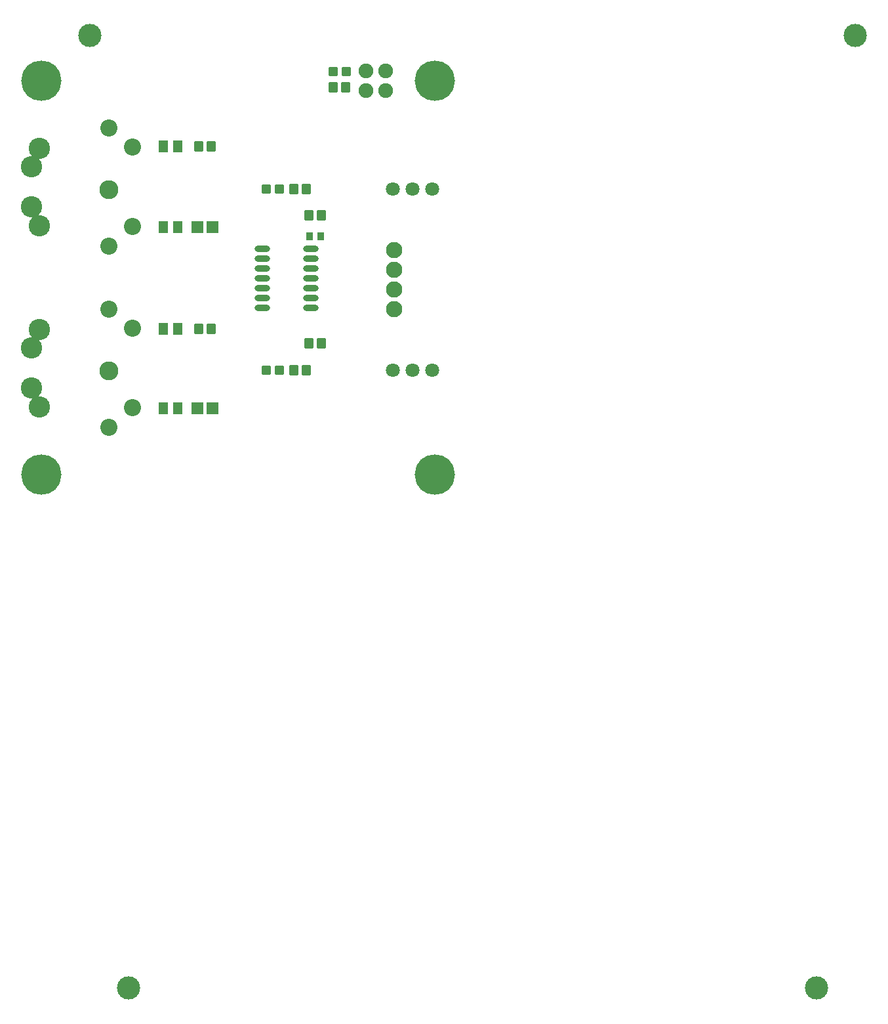
<source format=gts>
G04 Layer: TopSolderMaskLayer*
G04 Panelize: V-CUT, Column: 2, Row: 2, Board Size: 58.42mm x 58.42mm, Panelized Board Size: 118.84mm x 118.84mm*
G04 EasyEDA v6.5.32, 2023-07-30 20:53:33*
G04 c3515dc738d34e5298cd013e7790fecd,5a6b42c53f6a479593ecc07194224c93,10*
G04 Gerber Generator version 0.2*
G04 Scale: 100 percent, Rotated: No, Reflected: No *
G04 Dimensions in millimeters *
G04 leading zeros omitted , absolute positions ,4 integer and 5 decimal *
%FSLAX45Y45*%
%MOMM*%

%AMMACRO1*1,1,$1,$2,$3*1,1,$1,$4,$5*1,1,$1,0-$2,0-$3*1,1,$1,0-$4,0-$5*20,1,$1,$2,$3,$4,$5,0*20,1,$1,$4,$5,0-$2,0-$3,0*20,1,$1,0-$2,0-$3,0-$4,0-$5,0*20,1,$1,0-$4,0-$5,$2,$3,0*4,1,4,$2,$3,$4,$5,0-$2,0-$3,0-$4,0-$5,$2,$3,0*%
%ADD10MACRO1,0.2032X-0.5X0.55X0.5X0.55*%
%ADD11MACRO1,0.2032X0.5X-0.55X-0.5X-0.55*%
%ADD12MACRO1,0.2032X-0.45X-0.5X-0.45X0.5*%
%ADD13C,2.7432*%
%ADD14C,2.4532*%
%ADD15C,2.2032*%
%ADD16MACRO1,0.1016X-0.5663X0.6885X-0.5663X-0.6885*%
%ADD17MACRO1,0.1016X0.5663X0.6885X0.5663X-0.6885*%
%ADD18MACRO1,0.2032X-0.6502X0.6998X0.6502X0.6998*%
%ADD19O,2.0031963999999998X0.8031988000000001*%
%ADD20MACRO1,0.1016X0.4X-0.45X-0.4X-0.45*%
%ADD21MACRO1,0.2032X-0.4499X-0.5X-0.4499X0.5*%
%ADD22C,5.2032*%
%ADD23C,2.1016*%
%ADD24C,1.9016*%
%ADD25C,1.8016*%
%ADD26C,3.0000*%

%LPD*%
D10*
G01*
X3991599Y2070097D03*
G01*
X3831600Y2070097D03*
G01*
X3991599Y3721094D03*
G01*
X3831600Y3721094D03*
D11*
G01*
X4149092Y5372100D03*
G01*
X4309092Y5372100D03*
D12*
G01*
X4144091Y5575292D03*
G01*
X4314090Y5575292D03*
D13*
G01*
X353060Y2252979D03*
G01*
X353060Y1252220D03*
D14*
G01*
X1252220Y1719579D03*
D15*
G01*
X1252220Y2517139D03*
G01*
X1252220Y988060D03*
G01*
X1551939Y1239520D03*
G01*
X1551939Y2268220D03*
D13*
G01*
X353060Y4589779D03*
G01*
X353060Y3589020D03*
D14*
G01*
X1252220Y4056379D03*
D15*
G01*
X1252220Y4853939D03*
G01*
X1252220Y3324860D03*
G01*
X1551939Y3576320D03*
G01*
X1551939Y4605020D03*
D10*
G01*
X2409202Y2260594D03*
G01*
X2569202Y2260594D03*
D16*
G01*
X2141321Y2260598D03*
D17*
G01*
X1948068Y2260598D03*
D16*
G01*
X2141321Y1231901D03*
D17*
G01*
X1948068Y1231901D03*
D18*
G01*
X2394198Y1231897D03*
G01*
X2584190Y1231897D03*
D19*
G01*
X3853306Y2527300D03*
G01*
X3853306Y2654300D03*
G01*
X3853306Y2781300D03*
G01*
X3853306Y2908300D03*
G01*
X3853306Y3035300D03*
G01*
X3853306Y3162300D03*
G01*
X3853306Y3289300D03*
G01*
X3233293Y2527300D03*
G01*
X3233293Y2654300D03*
G01*
X3233293Y2781300D03*
G01*
X3233293Y2908300D03*
G01*
X3233293Y3035300D03*
G01*
X3233293Y3162300D03*
G01*
X3233293Y3289300D03*
D20*
G01*
X3841592Y3454392D03*
G01*
X3981592Y3454392D03*
D10*
G01*
X3641092Y4063984D03*
G01*
X3801092Y4063984D03*
G01*
X3641092Y1727194D03*
G01*
X3801092Y1727194D03*
G01*
X2409202Y4610089D03*
G01*
X2569202Y4610089D03*
D16*
G01*
X2141321Y4610093D03*
D17*
G01*
X1948068Y4610093D03*
D16*
G01*
X2141321Y3568696D03*
D17*
G01*
X1948068Y3568696D03*
D18*
G01*
X2394198Y3568692D03*
G01*
X2584190Y3568692D03*
D21*
G01*
X3280474Y4063977D03*
G01*
X3450474Y4063977D03*
D12*
G01*
X3280476Y1727187D03*
G01*
X3450475Y1727187D03*
D22*
G01*
X381000Y5461000D03*
G01*
X5461000Y5461000D03*
G01*
X5461000Y381000D03*
G01*
X381000Y381000D03*
D23*
G01*
X4931206Y3274161D03*
G01*
X4931206Y2512161D03*
G01*
X4931206Y2766161D03*
G01*
X4931206Y3020161D03*
D24*
G01*
X4826000Y5588000D03*
G01*
X4826000Y5334000D03*
G01*
X4572000Y5334000D03*
G01*
X4572000Y5588000D03*
D13*
G01*
X254000Y4350308D03*
G01*
X254000Y2013508D03*
G01*
X254000Y1498600D03*
G01*
X254000Y3835400D03*
D25*
G01*
X5422900Y1727200D03*
G01*
X5168900Y1727200D03*
G01*
X4914900Y1727200D03*
G01*
X4914849Y4063974D03*
G01*
X5168849Y4063974D03*
G01*
X5422849Y4063974D03*
D26*
G01*
X999997Y6041999D03*
G01*
X10884001Y6041999D03*
G01*
X1499996Y-6241999D03*
G01*
X10384002Y-6241999D03*
M02*

</source>
